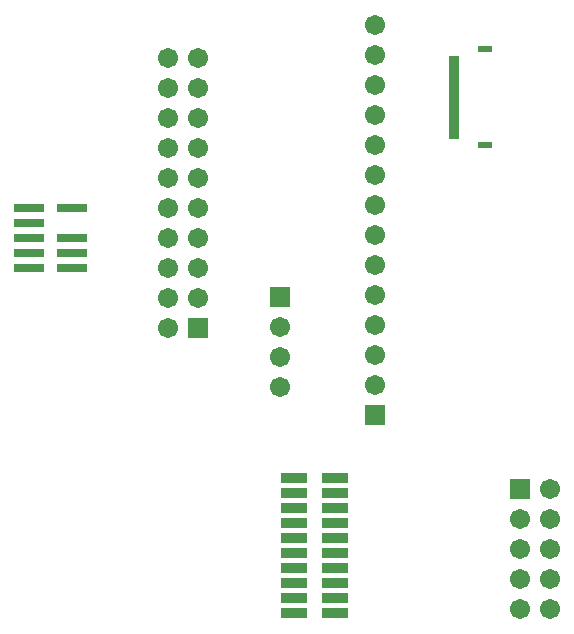
<source format=gts>
G04*
G04 #@! TF.GenerationSoftware,Altium Limited,Altium Designer,19.0.10 (269)*
G04*
G04 Layer_Color=8388736*
%FSLAX25Y25*%
%MOIN*%
G70*
G01*
G75*
%ADD19R,0.08871X0.03792*%
%ADD20R,0.10249X0.03162*%
%ADD21R,0.03556X0.01981*%
%ADD22R,0.04737X0.01981*%
%ADD23C,0.06706*%
%ADD24R,0.06706X0.06706*%
D19*
X615976Y315500D02*
D03*
X602000D02*
D03*
X615976Y320500D02*
D03*
X602000D02*
D03*
X615976Y325500D02*
D03*
X602000D02*
D03*
X615976Y330500D02*
D03*
X602000D02*
D03*
X615976Y335500D02*
D03*
X602000D02*
D03*
Y310500D02*
D03*
Y305500D02*
D03*
Y300500D02*
D03*
Y295500D02*
D03*
Y290500D02*
D03*
X615976Y310500D02*
D03*
Y305500D02*
D03*
Y300500D02*
D03*
Y295500D02*
D03*
Y290500D02*
D03*
D20*
X528000Y405500D02*
D03*
X513827D02*
D03*
X528000Y410500D02*
D03*
X513827D02*
D03*
X528000Y415500D02*
D03*
X513827D02*
D03*
Y420500D02*
D03*
X528000Y425500D02*
D03*
X513827D02*
D03*
D21*
X655500Y449720D02*
D03*
Y451689D02*
D03*
Y453657D02*
D03*
Y455626D02*
D03*
Y457594D02*
D03*
Y459563D02*
D03*
Y461531D02*
D03*
Y463500D02*
D03*
Y465469D02*
D03*
Y467437D02*
D03*
Y469406D02*
D03*
Y471374D02*
D03*
Y473343D02*
D03*
Y475311D02*
D03*
D22*
X665933Y446610D02*
D03*
Y478421D02*
D03*
D23*
X687500Y292000D02*
D03*
X677500D02*
D03*
X687500Y302000D02*
D03*
X677500D02*
D03*
X687500Y312000D02*
D03*
X677500D02*
D03*
X687500Y322000D02*
D03*
X677500D02*
D03*
X687500Y332000D02*
D03*
X629000Y486500D02*
D03*
Y476500D02*
D03*
Y466500D02*
D03*
Y456500D02*
D03*
Y446500D02*
D03*
Y436500D02*
D03*
Y426500D02*
D03*
Y416500D02*
D03*
Y406500D02*
D03*
Y396500D02*
D03*
Y386500D02*
D03*
Y376500D02*
D03*
Y366500D02*
D03*
X560000Y385500D02*
D03*
X570000Y395500D02*
D03*
X560000D02*
D03*
X570000Y405500D02*
D03*
X560000D02*
D03*
X570000Y415500D02*
D03*
X560000D02*
D03*
X570000Y425500D02*
D03*
X560000D02*
D03*
X570000Y435500D02*
D03*
X560000D02*
D03*
X570000Y445500D02*
D03*
X560000D02*
D03*
X570000Y455500D02*
D03*
X560000D02*
D03*
X570000Y465500D02*
D03*
X560000D02*
D03*
X570000Y475500D02*
D03*
X560000D02*
D03*
X597500Y366000D02*
D03*
Y376000D02*
D03*
Y386000D02*
D03*
D24*
X677500Y332000D02*
D03*
X629000Y356500D02*
D03*
X570000Y385500D02*
D03*
X597500Y396000D02*
D03*
M02*

</source>
